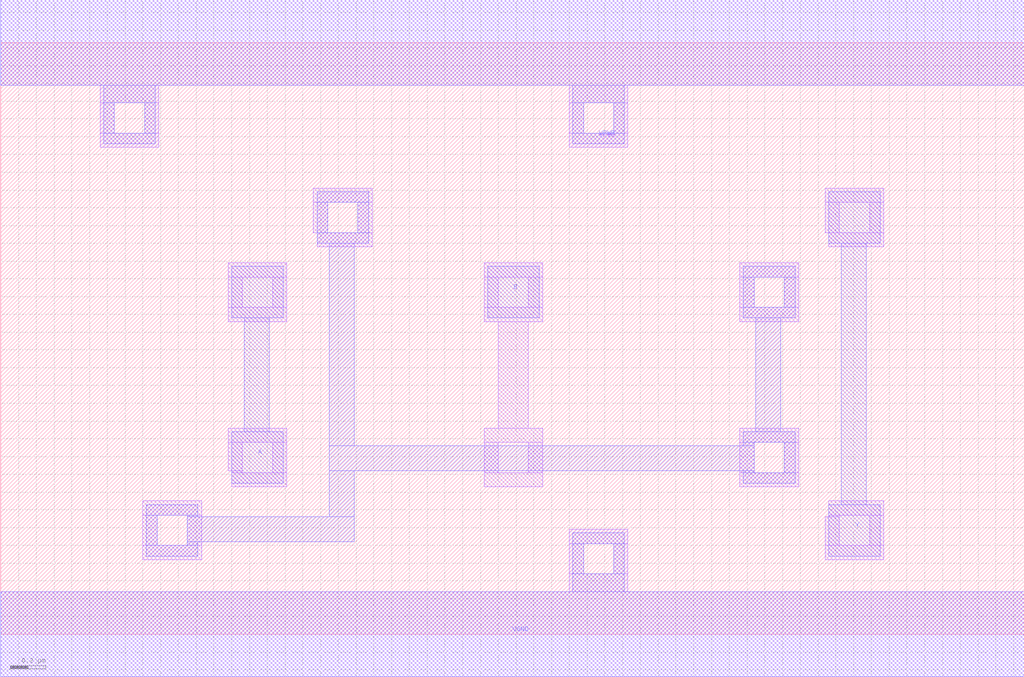
<source format=lef>
VERSION 5.7 ;
  NOWIREEXTENSIONATPIN ON ;
  DIVIDERCHAR "/" ;
  BUSBITCHARS "[]" ;
MACRO AND2X2
  CLASS CORE ;
  FOREIGN AND2X2 ;
  ORIGIN 0.000 0.000 ;
  SIZE 5.760 BY 3.330 ;
  SYMMETRY X Y R90 ;
  SITE unit ;
  PIN VPWR
    DIRECTION INOUT ;
    USE POWER ;
    SHAPE ABUTMENT ;
    PORT
      LAYER met1 ;
        RECT 0.000 3.090 5.760 3.570 ;
        RECT 0.580 2.990 0.870 3.090 ;
        RECT 0.580 2.820 0.640 2.990 ;
        RECT 0.810 2.820 0.870 2.990 ;
        RECT 0.580 2.760 0.870 2.820 ;
        RECT 3.220 2.990 3.510 3.090 ;
        RECT 3.220 2.820 3.280 2.990 ;
        RECT 3.450 2.820 3.510 2.990 ;
        RECT 3.220 2.760 3.510 2.820 ;
    END
    PORT
      LAYER li1 ;
        RECT 0.000 3.090 5.760 3.570 ;
        RECT 0.560 2.990 0.890 3.090 ;
        RECT 0.560 2.820 0.640 2.990 ;
        RECT 0.810 2.820 0.890 2.990 ;
        RECT 0.560 2.740 0.890 2.820 ;
        RECT 3.200 2.990 3.530 3.090 ;
        RECT 3.200 2.820 3.280 2.990 ;
        RECT 3.450 2.820 3.530 2.990 ;
        RECT 3.200 2.740 3.530 2.820 ;
    END
  END VPWR
  PIN VGND
    DIRECTION INOUT ;
    USE GROUND ;
    SHAPE ABUTMENT ;
    PORT
      LAYER met1 ;
        RECT 3.220 0.510 3.510 0.570 ;
        RECT 3.220 0.340 3.280 0.510 ;
        RECT 3.450 0.340 3.510 0.510 ;
        RECT 3.220 0.240 3.510 0.340 ;
        RECT 0.000 -0.240 5.760 0.240 ;
    END
    PORT
      LAYER li1 ;
        RECT 3.200 0.510 3.530 0.590 ;
        RECT 3.200 0.340 3.280 0.510 ;
        RECT 3.450 0.340 3.530 0.510 ;
        RECT 3.200 0.240 3.530 0.340 ;
        RECT 0.000 -0.240 5.760 0.240 ;
    END
  END VGND
  PIN Y
    DIRECTION INOUT ;
    USE SIGNAL ;
    SHAPE ABUTMENT ;
    PORT
      LAYER met1 ;
        RECT 4.660 2.200 4.950 2.490 ;
        RECT 4.730 0.730 4.870 2.200 ;
        RECT 4.660 0.440 4.950 0.730 ;
    END
  END Y
  PIN A
    DIRECTION INOUT ;
    USE SIGNAL ;
    SHAPE ABUTMENT ;
    PORT
      LAYER met1 ;
        RECT 1.300 1.780 1.590 2.070 ;
        RECT 1.370 1.140 1.510 1.780 ;
        RECT 1.300 0.850 1.590 1.140 ;
    END
  END A
  PIN B
    DIRECTION INOUT ;
    USE SIGNAL ;
    SHAPE ABUTMENT ;
    PORT
      LAYER met1 ;
        RECT 2.740 1.780 3.030 2.070 ;
    END
  END B
  OBS
      LAYER li1 ;
        RECT 1.760 2.430 2.090 2.510 ;
        RECT 1.760 2.260 1.840 2.430 ;
        RECT 2.010 2.260 2.090 2.430 ;
        RECT 4.640 2.430 4.970 2.510 ;
        RECT 4.640 2.260 4.720 2.430 ;
        RECT 4.890 2.260 4.970 2.430 ;
        RECT 1.780 2.180 2.090 2.260 ;
        RECT 4.660 2.180 4.970 2.260 ;
        RECT 1.280 2.010 1.610 2.090 ;
        RECT 1.280 1.840 1.360 2.010 ;
        RECT 1.530 1.840 1.610 2.010 ;
        RECT 1.280 1.760 1.610 1.840 ;
        RECT 2.720 2.010 3.050 2.090 ;
        RECT 2.720 1.840 2.800 2.010 ;
        RECT 2.970 1.840 3.050 2.010 ;
        RECT 2.720 1.760 3.050 1.840 ;
        RECT 4.160 2.010 4.490 2.090 ;
        RECT 4.160 1.840 4.240 2.010 ;
        RECT 4.410 1.840 4.490 2.010 ;
        RECT 4.160 1.760 4.490 1.840 ;
        RECT 2.800 1.160 2.970 1.760 ;
        RECT 1.280 1.080 1.610 1.160 ;
        RECT 1.280 0.920 1.360 1.080 ;
        RECT 1.300 0.910 1.360 0.920 ;
        RECT 1.530 0.910 1.610 1.080 ;
        RECT 1.300 0.830 1.610 0.910 ;
        RECT 2.720 1.080 3.050 1.160 ;
        RECT 2.720 0.910 2.800 1.080 ;
        RECT 2.970 0.910 3.050 1.080 ;
        RECT 2.720 0.830 3.050 0.910 ;
        RECT 4.160 1.080 4.490 1.160 ;
        RECT 4.160 0.910 4.240 1.080 ;
        RECT 4.410 0.910 4.490 1.080 ;
        RECT 4.160 0.830 4.490 0.910 ;
        RECT 0.800 0.670 1.130 0.750 ;
        RECT 0.800 0.500 0.880 0.670 ;
        RECT 1.050 0.500 1.130 0.670 ;
        RECT 4.660 0.670 4.970 0.750 ;
        RECT 4.660 0.660 4.720 0.670 ;
        RECT 0.800 0.420 1.130 0.500 ;
        RECT 4.640 0.500 4.720 0.660 ;
        RECT 4.890 0.500 4.970 0.670 ;
        RECT 4.640 0.420 4.970 0.500 ;
      LAYER met1 ;
        RECT 1.780 2.430 2.070 2.490 ;
        RECT 1.780 2.260 1.840 2.430 ;
        RECT 2.010 2.260 2.070 2.430 ;
        RECT 1.780 2.200 2.070 2.260 ;
        RECT 1.850 1.060 1.990 2.200 ;
        RECT 4.180 2.010 4.470 2.070 ;
        RECT 4.180 1.840 4.240 2.010 ;
        RECT 4.410 1.840 4.470 2.010 ;
        RECT 4.180 1.780 4.470 1.840 ;
        RECT 4.250 1.140 4.390 1.780 ;
        RECT 4.180 1.080 4.470 1.140 ;
        RECT 4.180 1.060 4.240 1.080 ;
        RECT 1.850 0.920 4.240 1.060 ;
        RECT 0.820 0.670 1.110 0.730 ;
        RECT 0.820 0.500 0.880 0.670 ;
        RECT 1.050 0.660 1.110 0.670 ;
        RECT 1.850 0.660 1.990 0.920 ;
        RECT 4.180 0.910 4.240 0.920 ;
        RECT 4.410 0.910 4.470 1.080 ;
        RECT 4.180 0.850 4.470 0.910 ;
        RECT 1.050 0.520 1.990 0.660 ;
        RECT 1.050 0.500 1.110 0.520 ;
        RECT 0.820 0.440 1.110 0.500 ;
  END
END AND2X2
END LIBRARY


</source>
